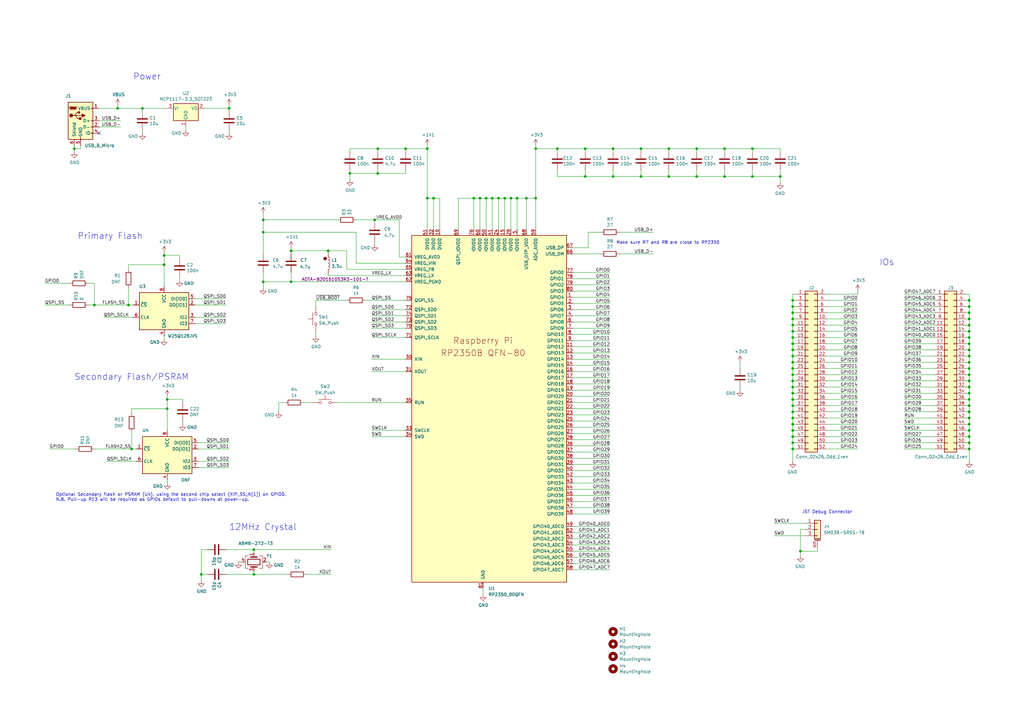
<source format=kicad_sch>
(kicad_sch (version 20250114) (generator "eeschema") (generator_version "9.0")
  (paper "A3")
  (title_block (title "RP2350B QFN80 Minimal Design Example") (date "2024-01-03") (rev "REV2") (company "Raspberry Pi Ltd"))
  (circle (center 133.35 106.045) (radius 0.635) (stroke (width 0) (color 132 0 0 1)) (fill (type color) (color 132 0 0 1)))
  (text "Optional Secondary flash or PSRAM (U4), using the second chip select (XIP_SS_N[1]) on GPIO0.\nN.B. Pull-up R13 will be required as GPIOs default to pull-downs at power-up." (at 22.86 205.74 0) (effects (font (size 1.27 1.27)) (justify left bottom)))
  (text "IOs" (at 360.68 109.22 0) (effects (font (size 2.54 2.54)) (justify left bottom)))
  (text "12MHz Crystal" (at 93.98 217.805 0) (effects (font (size 2.54 2.54)) (justify left bottom)))
  (text "Primary Flash" (at 31.75 98.425 0) (effects (font (size 2.54 2.54)) (justify left bottom)))
  (text "JST Debug Connector" (at 328.93 210.82 0) (effects (font (size 1.27 1.27)) (justify left bottom)))
  (text "Make sure R7 and R8 are close to RP2350\n" (at 252.73 100.33 0) (effects (font (size 1.27 1.27)) (justify left bottom)))
  (text "Secondary Flash/PSRAM" (at 30.48 156.21 0) (effects (font (size 2.54 2.54)) (justify left bottom)))
  (text "Power" (at 54.61 33.02 0) (effects (font (size 2.54 2.54)) (justify left bottom)))
  (junction (at 119.38 115.57))
  (junction (at 297.18 60.96))
  (junction (at 107.95 115.57))
  (junction (at 219.71 81.28))
  (junction (at 325.12 168.91))
  (junction (at 325.12 148.59))
  (junction (at 325.12 156.21))
  (junction (at 194.31 81.28))
  (junction (at 320.04 72.39))
  (junction (at 325.12 146.05))
  (junction (at 175.26 81.28))
  (junction (at 154.94 71.12))
  (junction (at 219.71 60.96))
  (junction (at 325.12 166.37))
  (junction (at 397.51 161.29))
  (junction (at 397.51 168.91))
  (junction (at 325.12 143.51))
  (junction (at 196.85 81.28))
  (junction (at 48.26 44.45))
  (junction (at 30.48 60.96))
  (junction (at 82.55 235.585))
  (junction (at 68.58 163.83))
  (junction (at 251.46 72.39))
  (junction (at 397.51 166.37))
  (junction (at 262.89 72.39))
  (junction (at 325.12 151.13))
  (junction (at 209.55 81.28))
  (junction (at 397.51 173.99))
  (junction (at 154.94 60.96))
  (junction (at 207.01 81.28))
  (junction (at 228.6 60.96))
  (junction (at 397.51 153.67))
  (junction (at 308.61 72.39))
  (junction (at 107.95 90.17))
  (junction (at 397.51 133.35))
  (junction (at 397.51 143.51))
  (junction (at 397.51 125.73))
  (junction (at 397.51 156.21))
  (junction (at 397.51 181.61))
  (junction (at 285.75 72.39))
  (junction (at 325.12 140.97))
  (junction (at 325.12 179.07))
  (junction (at 204.47 81.28))
  (junction (at 240.03 60.96))
  (junction (at 67.31 104.775))
  (junction (at 325.12 128.27))
  (junction (at 199.39 81.28))
  (junction (at 397.51 163.83))
  (junction (at 262.89 60.96))
  (junction (at 153.67 90.17))
  (junction (at 175.26 60.96))
  (junction (at 67.31 108.585))
  (junction (at 212.09 81.28))
  (junction (at 397.51 135.89))
  (junction (at 397.51 138.43))
  (junction (at 297.18 72.39))
  (junction (at 53.975 184.15))
  (junction (at 308.61 60.96))
  (junction (at 325.12 138.43))
  (junction (at 325.12 135.89))
  (junction (at 104.14 225.425))
  (junction (at 58.42 44.45))
  (junction (at 166.37 60.96))
  (junction (at 397.51 171.45))
  (junction (at 397.51 158.75))
  (junction (at 325.12 184.15))
  (junction (at 397.51 184.15))
  (junction (at 397.51 151.13))
  (junction (at 325.12 173.99))
  (junction (at 397.51 130.81))
  (junction (at 240.03 72.39))
  (junction (at 104.14 235.585))
  (junction (at 325.12 163.83))
  (junction (at 325.12 153.67))
  (junction (at 325.12 125.73))
  (junction (at 397.51 128.27))
  (junction (at 397.51 179.07))
  (junction (at 325.12 123.19))
  (junction (at 397.51 146.05))
  (junction (at 274.32 60.96))
  (junction (at 68.58 167.64))
  (junction (at 325.12 181.61))
  (junction (at 134.62 102.87))
  (junction (at 325.12 158.75))
  (junction (at 274.32 72.39))
  (junction (at 397.51 140.97))
  (junction (at 325.12 161.29))
  (junction (at 177.8 81.28))
  (junction (at 285.75 60.96))
  (junction (at 52.705 125.095))
  (junction (at 215.9 81.28))
  (junction (at 397.51 176.53))
  (junction (at 325.12 176.53))
  (junction (at 325.12 171.45))
  (junction (at 397.51 123.19))
  (junction (at 119.38 102.87))
  (junction (at 397.51 148.59))
  (junction (at 38.735 125.095))
  (junction (at 93.98 44.45))
  (junction (at 328.295 226.06))
  (junction (at 325.12 130.81))
  (junction (at 251.46 60.96))
  (junction (at 201.93 81.28))
  (junction (at 143.51 71.12))
  (junction (at 325.12 133.35))
  (junction (at 107.95 95.25))
  (no_connect (at 40.64 54.61))
  (wire (pts (xy 234.95 139.7) (xy 250.19 139.7)))
  (wire (pts (xy 397.51 176.53) (xy 397.51 179.07)))
  (wire (pts (xy 107.95 111.76) (xy 107.95 115.57)))
  (wire (pts (xy 397.51 151.13) (xy 397.51 153.67)))
  (wire (pts (xy 397.51 135.89) (xy 397.51 138.43)))
  (wire (pts (xy 351.79 143.51) (xy 339.09 143.51)))
  (wire (pts (xy 383.54 146.05) (xy 370.84 146.05)))
  (wire (pts (xy 325.12 158.75) (xy 325.12 161.29)))
  (wire (pts (xy 234.95 132.08) (xy 250.19 132.08)))
  (wire (pts (xy 154.94 60.96) (xy 166.37 60.96)))
  (wire (pts (xy 107.95 95.25) (xy 146.05 95.25)))
  (wire (pts (xy 383.54 130.81) (xy 370.84 130.81)))
  (wire (pts (xy 93.98 44.45) (xy 93.98 43.18)))
  (wire (pts (xy 383.54 156.21) (xy 370.84 156.21)))
  (wire (pts (xy 330.2 217.17) (xy 328.295 217.17)))
  (wire (pts (xy 274.32 62.23) (xy 274.32 60.96)))
  (wire (pts (xy 274.32 69.85) (xy 274.32 72.39)))
  (wire (pts (xy 234.95 129.54) (xy 250.19 129.54)))
  (wire (pts (xy 107.95 115.57) (xy 107.95 118.11)))
  (wire (pts (xy 228.6 60.96) (xy 240.03 60.96)))
  (wire (pts (xy 351.79 148.59) (xy 339.09 148.59)))
  (wire (pts (xy 207.01 81.28) (xy 209.55 81.28)))
  (wire (pts (xy 154.94 62.23) (xy 154.94 60.96)))
  (wire (pts (xy 166.37 138.43) (xy 152.4 138.43)))
  (wire (pts (xy 154.94 71.12) (xy 166.37 71.12)))
  (wire (pts (xy 36.195 125.095) (xy 38.735 125.095)))
  (wire (pts (xy 30.48 59.69) (xy 30.48 60.96)))
  (wire (pts (xy 74.93 163.83) (xy 68.58 163.83)))
  (wire (pts (xy 397.51 163.83) (xy 397.51 166.37)))
  (wire (pts (xy 370.84 181.61) (xy 383.54 181.61)))
  (wire (pts (xy 143.51 69.85) (xy 143.51 71.12)))
  (wire (pts (xy 48.26 43.18) (xy 48.26 44.45)))
  (wire (pts (xy 234.95 101.6) (xy 241.3 101.6)))
  (wire (pts (xy 325.12 176.53) (xy 325.12 179.07)))
  (wire (pts (xy 397.51 153.67) (xy 397.51 156.21)))
  (wire (pts (xy 81.28 191.77) (xy 93.98 191.77)))
  (wire (pts (xy 396.24 181.61) (xy 397.51 181.61)))
  (wire (pts (xy 234.95 233.68) (xy 250.19 233.68)))
  (wire (pts (xy 396.24 173.99) (xy 397.51 173.99)))
  (wire (pts (xy 351.79 153.67) (xy 339.09 153.67)))
  (wire (pts (xy 339.09 168.91) (xy 351.79 168.91)))
  (wire (pts (xy 325.12 166.37) (xy 325.12 168.91)))
  (wire (pts (xy 397.51 130.81) (xy 397.51 133.35)))
  (wire (pts (xy 339.09 173.99) (xy 351.79 173.99)))
  (wire (pts (xy 325.12 163.83) (xy 325.12 166.37)))
  (wire (pts (xy 234.95 231.14) (xy 250.19 231.14)))
  (wire (pts (xy 285.75 62.23) (xy 285.75 60.96)))
  (wire (pts (xy 166.37 176.53) (xy 152.4 176.53)))
  (wire (pts (xy 234.95 218.44) (xy 250.19 218.44)))
  (wire (pts (xy 383.54 143.51) (xy 370.84 143.51)))
  (wire (pts (xy 92.71 235.585) (xy 104.14 235.585)))
  (wire (pts (xy 142.24 102.87) (xy 134.62 102.87)))
  (wire (pts (xy 262.89 62.23) (xy 262.89 60.96)))
  (wire (pts (xy 146.05 90.17) (xy 153.67 90.17)))
  (wire (pts (xy 397.51 128.27) (xy 397.51 130.81)))
  (wire (pts (xy 107.95 90.17) (xy 138.43 90.17)))
  (wire (pts (xy 262.89 69.85) (xy 262.89 72.39)))
  (wire (pts (xy 153.67 90.17) (xy 163.83 90.17)))
  (wire (pts (xy 234.95 111.76) (xy 250.19 111.76)))
  (wire (pts (xy 326.39 156.21) (xy 325.12 156.21)))
  (wire (pts (xy 383.54 151.13) (xy 370.84 151.13)))
  (wire (pts (xy 234.95 198.12) (xy 250.19 198.12)))
  (wire (pts (xy 325.12 161.29) (xy 325.12 163.83)))
  (wire (pts (xy 199.39 93.98) (xy 199.39 81.28)))
  (wire (pts (xy 33.02 59.69) (xy 33.02 60.96)))
  (wire (pts (xy 234.95 185.42) (xy 250.19 185.42)))
  (wire (pts (xy 325.12 138.43) (xy 325.12 140.97)))
  (wire (pts (xy 219.71 81.28) (xy 219.71 93.98)))
  (wire (pts (xy 397.51 181.61) (xy 397.51 184.15)))
  (wire (pts (xy 129.54 123.19) (xy 129.54 125.73)))
  (wire (pts (xy 212.09 81.28) (xy 212.09 93.98)))
  (wire (pts (xy 52.705 118.11) (xy 52.705 125.095)))
  (wire (pts (xy 328.295 226.06) (xy 328.295 227.965)))
  (wire (pts (xy 397.51 166.37) (xy 397.51 168.91)))
  (wire (pts (xy 325.12 184.15) (xy 325.12 189.23)))
  (wire (pts (xy 187.96 93.98) (xy 187.96 81.28)))
  (wire (pts (xy 67.31 103.505) (xy 67.31 104.775)))
  (wire (pts (xy 18.415 116.205) (xy 28.575 116.205)))
  (wire (pts (xy 370.84 173.99) (xy 383.54 173.99)))
  (wire (pts (xy 297.18 60.96) (xy 308.61 60.96)))
  (wire (pts (xy 396.24 140.97) (xy 397.51 140.97)))
  (wire (pts (xy 370.84 171.45) (xy 383.54 171.45)))
  (wire (pts (xy 339.09 163.83) (xy 351.79 163.83)))
  (wire (pts (xy 308.61 72.39) (xy 297.18 72.39)))
  (wire (pts (xy 351.79 156.21) (xy 339.09 156.21)))
  (wire (pts (xy 201.93 81.28) (xy 204.47 81.28)))
  (wire (pts (xy 40.64 52.07) (xy 49.53 52.07)))
  (wire (pts (xy 234.95 160.02) (xy 250.19 160.02)))
  (wire (pts (xy 397.51 179.07) (xy 397.51 181.61)))
  (wire (pts (xy 274.32 72.39) (xy 262.89 72.39)))
  (wire (pts (xy 325.12 173.99) (xy 325.12 176.53)))
  (wire (pts (xy 308.61 69.85) (xy 308.61 72.39)))
  (wire (pts (xy 175.26 60.96) (xy 175.26 81.28)))
  (wire (pts (xy 196.85 81.28) (xy 199.39 81.28)))
  (wire (pts (xy 146.05 95.25) (xy 146.05 107.95)))
  (wire (pts (xy 397.51 143.51) (xy 397.51 146.05)))
  (wire (pts (xy 396.24 156.21) (xy 397.51 156.21)))
  (wire (pts (xy 234.95 142.24) (xy 250.19 142.24)))
  (wire (pts (xy 201.93 93.98) (xy 201.93 81.28)))
  (wire (pts (xy 52.705 108.585) (xy 67.31 108.585)))
  (wire (pts (xy 109.22 230.505) (xy 110.49 230.505)))
  (wire (pts (xy 396.24 163.83) (xy 397.51 163.83)))
  (wire (pts (xy 68.58 167.64) (xy 68.58 176.53)))
  (wire (pts (xy 396.24 138.43) (xy 397.51 138.43)))
  (wire (pts (xy 370.84 168.91) (xy 383.54 168.91)))
  (wire (pts (xy 199.39 81.28) (xy 201.93 81.28)))
  (wire (pts (xy 58.42 45.72) (xy 58.42 44.45)))
  (wire (pts (xy 396.24 133.35) (xy 397.51 133.35)))
  (wire (pts (xy 326.39 148.59) (xy 325.12 148.59)))
  (wire (pts (xy 325.12 171.45) (xy 325.12 173.99)))
  (wire (pts (xy 397.51 125.73) (xy 397.51 128.27)))
  (wire (pts (xy 234.95 180.34) (xy 250.19 180.34)))
  (wire (pts (xy 81.28 184.15) (xy 93.98 184.15)))
  (wire (pts (xy 116.84 165.1) (xy 114.3 165.1)))
  (wire (pts (xy 274.32 60.96) (xy 285.75 60.96)))
  (wire (pts (xy 240.03 60.96) (xy 251.46 60.96)))
  (wire (pts (xy 52.705 110.49) (xy 52.705 108.585)))
  (wire (pts (xy 107.95 115.57) (xy 119.38 115.57)))
  (wire (pts (xy 234.95 157.48) (xy 250.19 157.48)))
  (wire (pts (xy 134.62 113.03) (xy 166.37 113.03)))
  (wire (pts (xy 240.03 69.85) (xy 240.03 72.39)))
  (wire (pts (xy 85.09 235.585) (xy 82.55 235.585)))
  (wire (pts (xy 325.12 168.91) (xy 326.39 168.91)))
  (wire (pts (xy 234.95 134.62) (xy 250.19 134.62)))
  (wire (pts (xy 234.95 182.88) (xy 250.19 182.88)))
  (wire (pts (xy 80.01 132.715) (xy 92.71 132.715)))
  (wire (pts (xy 119.38 101.6) (xy 119.38 102.87)))
  (wire (pts (xy 149.86 123.19) (xy 166.37 123.19)))
  (wire (pts (xy 143.51 62.23) (xy 143.51 60.96)))
  (wire (pts (xy 325.12 125.73) (xy 325.12 128.27)))
  (wire (pts (xy 339.09 166.37) (xy 351.79 166.37)))
  (wire (pts (xy 153.67 100.33) (xy 153.67 99.06)))
  (wire (pts (xy 134.62 113.03) (xy 134.62 111.76)))
  (wire (pts (xy 396.24 128.27) (xy 397.51 128.27)))
  (wire (pts (xy 153.67 90.17) (xy 153.67 91.44)))
  (wire (pts (xy 383.54 158.75) (xy 370.84 158.75)))
  (wire (pts (xy 209.55 81.28) (xy 212.09 81.28)))
  (wire (pts (xy 351.79 146.05) (xy 339.09 146.05)))
  (wire (pts (xy 383.54 140.97) (xy 370.84 140.97)))
  (wire (pts (xy 397.51 140.97) (xy 397.51 143.51)))
  (wire (pts (xy 234.95 193.04) (xy 250.19 193.04)))
  (wire (pts (xy 82.55 235.585) (xy 82.55 238.125)))
  (wire (pts (xy 67.31 137.795) (xy 67.31 139.065)))
  (wire (pts (xy 397.51 120.65) (xy 397.51 123.19)))
  (wire (pts (xy 234.95 154.94) (xy 250.19 154.94)))
  (wire (pts (xy 396.24 158.75) (xy 397.51 158.75)))
  (wire (pts (xy 325.12 166.37) (xy 326.39 166.37)))
  (wire (pts (xy 53.975 184.15) (xy 55.88 184.15)))
  (wire (pts (xy 397.51 156.21) (xy 397.51 158.75)))
  (wire (pts (xy 383.54 125.73) (xy 370.84 125.73)))
  (wire (pts (xy 254 104.14) (xy 267.97 104.14)))
  (wire (pts (xy 397.51 148.59) (xy 397.51 151.13)))
  (wire (pts (xy 175.26 81.28) (xy 175.26 93.98)))
  (wire (pts (xy 142.24 110.49) (xy 142.24 102.87)))
  (wire (pts (xy 234.95 203.2) (xy 250.19 203.2)))
  (wire (pts (xy 97.79 230.505) (xy 99.06 230.505)))
  (wire (pts (xy 383.54 148.59) (xy 370.84 148.59)))
  (wire (pts (xy 383.54 123.19) (xy 370.84 123.19)))
  (wire (pts (xy 234.95 215.9) (xy 250.19 215.9)))
  (wire (pts (xy 234.95 116.84) (xy 250.19 116.84)))
  (wire (pts (xy 396.24 120.65) (xy 397.51 120.65)))
  (wire (pts (xy 234.95 175.26) (xy 250.19 175.26)))
  (wire (pts (xy 36.195 116.205) (xy 38.735 116.205)))
  (wire (pts (xy 234.95 124.46) (xy 250.19 124.46)))
  (wire (pts (xy 53.975 169.545) (xy 53.975 167.64)))
  (wire (pts (xy 351.79 135.89) (xy 339.09 135.89)))
  (wire (pts (xy 48.26 44.45) (xy 58.42 44.45)))
  (wire (pts (xy 326.39 138.43) (xy 325.12 138.43)))
  (wire (pts (xy 396.24 161.29) (xy 397.51 161.29)))
  (wire (pts (xy 396.24 176.53) (xy 397.51 176.53)))
  (wire (pts (xy 396.24 151.13) (xy 397.51 151.13)))
  (wire (pts (xy 67.31 108.585) (xy 67.31 117.475)))
  (wire (pts (xy 43.815 189.23) (xy 55.88 189.23)))
  (wire (pts (xy 143.51 71.12) (xy 143.51 73.66)))
  (wire (pts (xy 204.47 81.28) (xy 207.01 81.28)))
  (wire (pts (xy 351.79 158.75) (xy 339.09 158.75)))
  (wire (pts (xy 234.95 127) (xy 250.19 127)))
  (wire (pts (xy 83.82 44.45) (xy 93.98 44.45)))
  (wire (pts (xy 326.39 120.65) (xy 325.12 120.65)))
  (wire (pts (xy 326.39 158.75) (xy 325.12 158.75)))
  (wire (pts (xy 154.94 69.85) (xy 154.94 71.12)))
  (wire (pts (xy 308.61 60.96) (xy 320.04 60.96)))
  (wire (pts (xy 251.46 62.23) (xy 251.46 60.96)))
  (wire (pts (xy 396.24 123.19) (xy 397.51 123.19)))
  (wire (pts (xy 396.24 143.51) (xy 397.51 143.51)))
  (wire (pts (xy 351.79 120.65) (xy 351.79 119.38)))
  (wire (pts (xy 397.51 158.75) (xy 397.51 161.29)))
  (wire (pts (xy 67.31 104.775) (xy 67.31 108.585)))
  (wire (pts (xy 92.71 225.425) (xy 104.14 225.425)))
  (wire (pts (xy 80.01 130.175) (xy 92.71 130.175)))
  (wire (pts (xy 152.4 147.32) (xy 166.37 147.32)))
  (wire (pts (xy 198.12 241.3) (xy 198.12 243.84)))
  (wire (pts (xy 396.24 171.45) (xy 397.51 171.45)))
  (wire (pts (xy 152.4 132.08) (xy 166.37 132.08)))
  (wire (pts (xy 397.51 138.43) (xy 397.51 140.97)))
  (wire (pts (xy 339.09 179.07) (xy 351.79 179.07)))
  (wire (pts (xy 82.55 225.425) (xy 82.55 235.585)))
  (wire (pts (xy 58.42 53.34) (xy 58.42 54.61)))
  (wire (pts (xy 370.84 163.83) (xy 383.54 163.83)))
  (wire (pts (xy 180.34 81.28) (xy 180.34 93.98)))
  (wire (pts (xy 194.31 93.98) (xy 194.31 81.28)))
  (wire (pts (xy 143.51 60.96) (xy 154.94 60.96)))
  (wire (pts (xy 370.84 166.37) (xy 383.54 166.37)))
  (wire (pts (xy 234.95 152.4) (xy 250.19 152.4)))
  (wire (pts (xy 42.545 130.175) (xy 54.61 130.175)))
  (wire (pts (xy 383.54 120.65) (xy 370.84 120.65)))
  (wire (pts (xy 396.24 153.67) (xy 397.51 153.67)))
  (wire (pts (xy 73.66 104.775) (xy 67.31 104.775)))
  (wire (pts (xy 234.95 190.5) (xy 250.19 190.5)))
  (wire (pts (xy 325.12 123.19) (xy 325.12 125.73)))
  (wire (pts (xy 320.04 62.23) (xy 320.04 60.96)))
  (wire (pts (xy 152.4 127) (xy 166.37 127)))
  (wire (pts (xy 325.12 133.35) (xy 325.12 135.89)))
  (wire (pts (xy 339.09 171.45) (xy 351.79 171.45)))
  (wire (pts (xy 241.3 95.25) (xy 241.3 101.6)))
  (wire (pts (xy 396.24 135.89) (xy 397.51 135.89)))
  (wire (pts (xy 38.735 125.095) (xy 52.705 125.095)))
  (wire (pts (xy 68.58 196.85) (xy 68.58 198.12)))
  (wire (pts (xy 297.18 69.85) (xy 297.18 72.39)))
  (wire (pts (xy 219.71 59.69) (xy 219.71 60.96)))
  (wire (pts (xy 297.18 62.23) (xy 297.18 60.96)))
  (wire (pts (xy 325.12 140.97) (xy 325.12 143.51)))
  (wire (pts (xy 152.4 129.54) (xy 166.37 129.54)))
  (wire (pts (xy 326.39 146.05) (xy 325.12 146.05)))
  (wire (pts (xy 339.09 184.15) (xy 351.79 184.15)))
  (wire (pts (xy 68.58 163.83) (xy 68.58 167.64)))
  (wire (pts (xy 152.4 134.62) (xy 166.37 134.62)))
  (wire (pts (xy 104.14 234.315) (xy 104.14 235.585)))
  (wire (pts (xy 308.61 62.23) (xy 308.61 60.96)))
  (wire (pts (xy 335.28 224.79) (xy 335.28 226.06)))
  (wire (pts (xy 326.39 151.13) (xy 325.12 151.13)))
  (wire (pts (xy 251.46 60.96) (xy 262.89 60.96)))
  (wire (pts (xy 124.46 165.1) (xy 128.27 165.1)))
  (wire (pts (xy 320.04 72.39) (xy 308.61 72.39)))
  (wire (pts (xy 73.66 106.045) (xy 73.66 104.775)))
  (wire (pts (xy 234.95 170.18) (xy 250.19 170.18)))
  (wire (pts (xy 325.12 120.65) (xy 325.12 123.19)))
  (wire (pts (xy 303.53 148.59) (xy 303.53 151.13)))
  (wire (pts (xy 396.24 130.81) (xy 397.51 130.81)))
  (wire (pts (xy 397.51 173.99) (xy 397.51 176.53)))
  (wire (pts (xy 166.37 60.96) (xy 175.26 60.96)))
  (wire (pts (xy 383.54 133.35) (xy 370.84 133.35)))
  (wire (pts (xy 285.75 60.96) (xy 297.18 60.96)))
  (wire (pts (xy 119.38 115.57) (xy 166.37 115.57)))
  (wire (pts (xy 297.18 72.39) (xy 285.75 72.39)))
  (wire (pts (xy 234.95 220.98) (xy 250.19 220.98)))
  (wire (pts (xy 219.71 60.96) (xy 228.6 60.96)))
  (wire (pts (xy 119.38 111.76) (xy 119.38 115.57)))
  (wire (pts (xy 397.51 171.45) (xy 397.51 173.99)))
  (wire (pts (xy 370.84 179.07) (xy 383.54 179.07)))
  (wire (pts (xy 339.09 181.61) (xy 351.79 181.61)))
  (wire (pts (xy 33.02 60.96) (xy 30.48 60.96)))
  (wire (pts (xy 163.83 90.17) (xy 163.83 105.41)))
  (wire (pts (xy 285.75 69.85) (xy 285.75 72.39)))
  (wire (pts (xy 53.975 177.165) (xy 53.975 184.15)))
  (wire (pts (xy 397.51 184.15) (xy 397.51 189.23)))
  (wire (pts (xy 166.37 179.07) (xy 152.4 179.07)))
  (wire (pts (xy 328.295 217.17) (xy 328.295 226.06)))
  (wire (pts (xy 397.51 133.35) (xy 397.51 135.89)))
  (wire (pts (xy 241.3 95.25) (xy 246.38 95.25)))
  (wire (pts (xy 326.39 130.81) (xy 325.12 130.81)))
  (wire (pts (xy 234.95 223.52) (xy 250.19 223.52)))
  (wire (pts (xy 234.95 162.56) (xy 250.19 162.56)))
  (wire (pts (xy 325.12 128.27) (xy 325.12 130.81)))
  (wire (pts (xy 142.24 123.19) (xy 129.54 123.19)))
  (wire (pts (xy 20.32 184.15) (xy 31.115 184.15)))
  (wire (pts (xy 177.8 81.28) (xy 180.34 81.28)))
  (wire (pts (xy 104.14 235.585) (xy 118.11 235.585)))
  (wire (pts (xy 351.79 161.29) (xy 339.09 161.29)))
  (wire (pts (xy 317.5 214.63) (xy 330.2 214.63)))
  (wire (pts (xy 68.58 162.56) (xy 68.58 163.83)))
  (wire (pts (xy 163.83 105.41) (xy 166.37 105.41)))
  (wire (pts (xy 196.85 93.98) (xy 196.85 81.28)))
  (wire (pts (xy 397.51 161.29) (xy 397.51 163.83)))
  (wire (pts (xy 129.54 135.89) (xy 129.54 137.795)))
  (wire (pts (xy 370.84 184.15) (xy 383.54 184.15)))
  (wire (pts (xy 251.46 69.85) (xy 251.46 72.39)))
  (wire (pts (xy 85.09 225.425) (xy 82.55 225.425)))
  (wire (pts (xy 234.95 210.82) (xy 250.19 210.82)))
  (wire (pts (xy 339.09 176.53) (xy 351.79 176.53)))
  (wire (pts (xy 328.295 226.06) (xy 335.28 226.06)))
  (wire (pts (xy 326.39 123.19) (xy 325.12 123.19)))
  (wire (pts (xy 326.39 140.97) (xy 325.12 140.97)))
  (wire (pts (xy 38.735 116.205) (xy 38.735 125.095)))
  (wire (pts (xy 325.12 146.05) (xy 325.12 148.59)))
  (wire (pts (xy 396.24 168.91) (xy 397.51 168.91)))
  (wire (pts (xy 254 95.25) (xy 267.97 95.25)))
  (wire (pts (xy 351.79 140.97) (xy 339.09 140.97)))
  (wire (pts (xy 351.79 133.35) (xy 339.09 133.35)))
  (wire (pts (xy 234.95 172.72) (xy 250.19 172.72)))
  (wire (pts (xy 209.55 93.98) (xy 209.55 81.28)))
  (wire (pts (xy 351.79 123.19) (xy 339.09 123.19)))
  (wire (pts (xy 326.39 161.29) (xy 325.12 161.29)))
  (wire (pts (xy 325.12 181.61) (xy 326.39 181.61)))
  (wire (pts (xy 175.26 59.69) (xy 175.26 60.96)))
  (wire (pts (xy 107.95 90.17) (xy 107.95 95.25)))
  (wire (pts (xy 234.95 167.64) (xy 250.19 167.64)))
  (wire (pts (xy 370.84 176.53) (xy 383.54 176.53)))
  (wire (pts (xy 119.38 102.87) (xy 134.62 102.87)))
  (wire (pts (xy 215.9 93.98) (xy 215.9 81.28)))
  (wire (pts (xy 325.12 181.61) (xy 325.12 184.15)))
  (wire (pts (xy 320.04 72.39) (xy 320.04 74.93)))
  (wire (pts (xy 383.54 138.43) (xy 370.84 138.43)))
  (wire (pts (xy 215.9 81.28) (xy 219.71 81.28)))
  (wire (pts (xy 212.09 81.28) (xy 215.9 81.28)))
  (wire (pts (xy 383.54 153.67) (xy 370.84 153.67)))
  (wire (pts (xy 397.51 168.91) (xy 397.51 171.45)))
  (wire (pts (xy 234.95 195.58) (xy 250.19 195.58)))
  (wire (pts (xy 251.46 72.39) (xy 240.03 72.39)))
  (wire (pts (xy 262.89 72.39) (xy 251.46 72.39)))
  (wire (pts (xy 396.24 148.59) (xy 397.51 148.59)))
  (wire (pts (xy 326.39 128.27) (xy 325.12 128.27)))
  (wire (pts (xy 104.14 225.425) (xy 135.89 225.425)))
  (wire (pts (xy 351.79 128.27) (xy 339.09 128.27)))
  (wire (pts (xy 234.95 137.16) (xy 250.19 137.16)))
  (wire (pts (xy 326.39 133.35) (xy 325.12 133.35)))
  (wire (pts (xy 107.95 87.63) (xy 107.95 90.17)))
  (wire (pts (xy 134.62 102.87) (xy 134.62 104.14)))
  (wire (pts (xy 194.31 81.28) (xy 196.85 81.28)))
  (wire (pts (xy 234.95 205.74) (xy 250.19 205.74)))
  (wire (pts (xy 325.12 151.13) (xy 325.12 153.67)))
  (wire (pts (xy 204.47 93.98) (xy 204.47 81.28)))
  (wire (pts (xy 325.12 176.53) (xy 326.39 176.53)))
  (wire (pts (xy 351.79 151.13) (xy 339.09 151.13)))
  (wire (pts (xy 325.12 179.07) (xy 325.12 181.61)))
  (wire (pts (xy 396.24 166.37) (xy 397.51 166.37)))
  (wire (pts (xy 396.24 179.07) (xy 397.51 179.07)))
  (wire (pts (xy 396.24 125.73) (xy 397.51 125.73)))
  (wire (pts (xy 234.95 208.28) (xy 250.19 208.28)))
  (wire (pts (xy 228.6 62.23) (xy 228.6 60.96)))
  (wire (pts (xy 76.2 52.07) (xy 76.2 53.34)))
  (wire (pts (xy 234.95 187.96) (xy 250.19 187.96)))
  (wire (pts (xy 234.95 177.8) (xy 250.19 177.8)))
  (wire (pts (xy 325.12 143.51) (xy 325.12 146.05)))
  (wire (pts (xy 351.79 125.73) (xy 339.09 125.73)))
  (wire (pts (xy 325.12 173.99) (xy 326.39 173.99)))
  (wire (pts (xy 40.64 49.53) (xy 49.53 49.53)))
  (wire (pts (xy 166.37 62.23) (xy 166.37 60.96)))
  (wire (pts (xy 326.39 135.89) (xy 325.12 135.89)))
  (wire (pts (xy 234.95 119.38) (xy 250.19 119.38)))
  (wire (pts (xy 234.95 149.86) (xy 250.19 149.86)))
  (wire (pts (xy 234.95 165.1) (xy 250.19 165.1)))
  (wire (pts (xy 325.12 168.91) (xy 325.12 171.45)))
  (wire (pts (xy 93.98 45.72) (xy 93.98 44.45)))
  (wire (pts (xy 285.75 72.39) (xy 274.32 72.39)))
  (wire (pts (xy 234.95 121.92) (xy 250.19 121.92)))
  (wire (pts (xy 143.51 71.12) (xy 154.94 71.12)))
  (wire (pts (xy 351.79 120.65) (xy 339.09 120.65)))
  (wire (pts (xy 325.12 179.07) (xy 326.39 179.07)))
  (wire (pts (xy 187.96 81.28) (xy 194.31 81.28)))
  (wire (pts (xy 383.54 128.27) (xy 370.84 128.27)))
  (wire (pts (xy 52.705 125.095) (xy 54.61 125.095)))
  (wire (pts (xy 234.95 200.66) (xy 250.19 200.66)))
  (wire (pts (xy 397.51 123.19) (xy 397.51 125.73)))
  (wire (pts (xy 146.05 107.95) (xy 166.37 107.95)))
  (wire (pts (xy 40.64 44.45) (xy 48.26 44.45)))
  (wire (pts (xy 177.8 81.28) (xy 175.26 81.28)))
  (wire (pts (xy 68.58 44.45) (xy 58.42 44.45)))
  (wire (pts (xy 207.01 81.28) (xy 207.01 93.98)))
  (wire (pts (xy 166.37 110.49) (xy 142.24 110.49)))
  (wire (pts (xy 74.93 165.1) (xy 74.93 163.83)))
  (wire (pts (xy 317.5 219.71) (xy 330.2 219.71)))
  (wire (pts (xy 30.48 60.96) (xy 30.48 62.23)))
  (wire (pts (xy 326.39 153.67) (xy 325.12 153.67)))
  (wire (pts (xy 93.98 53.34) (xy 93.98 54.61)))
  (wire (pts (xy 240.03 62.23) (xy 240.03 60.96)))
  (wire (pts (xy 74.93 172.72) (xy 74.93 173.99)))
  (wire (pts (xy 325.12 148.59) (xy 325.12 151.13)))
  (wire (pts (xy 81.28 189.23) (xy 93.98 189.23)))
  (wire (pts (xy 234.95 104.14) (xy 246.38 104.14)))
  (wire (pts (xy 240.03 72.39) (xy 228.6 72.39)))
  (wire (pts (xy 114.3 165.1) (xy 114.3 168.91)))
  (wire (pts (xy 228.6 69.85) (xy 228.6 72.39)))
  (wire (pts (xy 104.14 226.695) (xy 104.14 225.425)))
  (wire (pts (xy 325.12 130.81) (xy 325.12 133.35)))
  (wire (pts (xy 351.79 138.43) (xy 339.09 138.43)))
  (wire (pts (xy 219.71 60.96) (xy 219.71 81.28)))
  (wire (pts (xy 326.39 125.73) (xy 325.12 125.73)))
  (wire (pts (xy 119.38 104.14) (xy 119.38 102.87)))
  (wire (pts (xy 234.95 144.78) (xy 250.19 144.78)))
  (wire (pts (xy 234.95 114.3) (xy 250.19 114.3)))
  (wire (pts (xy 234.95 226.06) (xy 250.19 226.06)))
  (wire (pts (xy 53.975 167.64) (xy 68.58 167.64)))
  (wire (pts (xy 397.51 146.05) (xy 397.51 148.59)))
  (wire (pts (xy 303.53 158.75) (xy 303.53 160.02)))
  (wire (pts (xy 125.73 235.585) (xy 135.89 235.585)))
  (wire (pts (xy 234.95 228.6) (xy 250.19 228.6)))
  (wire (pts (xy 80.01 122.555) (xy 92.71 122.555)))
  (wire (pts (xy 81.28 181.61) (xy 93.98 181.61)))
  (wire (pts (xy 351.79 130.81) (xy 339.09 130.81)))
  (wire (pts (xy 325.12 153.67) (xy 325.12 156.21)))
  (wire (pts (xy 262.89 60.96) (xy 274.32 60.96)))
  (wire (pts (xy 166.37 152.4) (xy 152.4 152.4)))
  (wire (pts (xy 326.39 163.83) (xy 325.12 163.83)))
  (wire (pts (xy 18.415 125.095) (xy 28.575 125.095)))
  (wire (pts (xy 326.39 143.51) (xy 325.12 143.51)))
  (wire (pts (xy 325.12 156.21) (xy 325.12 158.75)))
  (wire (pts (xy 383.54 135.89) (xy 370.84 135.89)))
  (wire (pts (xy 396.24 146.05) (xy 397.51 146.05)))
  (wire (pts (xy 383.54 161.29) (xy 370.84 161.29)))
  (wire (pts (xy 396.24 184.15) (xy 397.51 184.15)))
  (wire (pts (xy 80.01 125.095) (xy 92.71 125.095)))
  (wire (pts (xy 166.37 71.12) (xy 166.37 69.85)))
  (wire (pts (xy 107.95 95.25) (xy 107.95 104.14)))
  (wire (pts (xy 177.8 93.98) (xy 177.8 81.28)))
  (wire (pts (xy 138.43 165.1) (xy 166.37 165.1)))
  (wire (pts (xy 320.04 69.85) (xy 320.04 72.39)))
  (wire (pts (xy 38.735 184.15) (xy 53.975 184.15)))
  (wire (pts (xy 325.12 171.45) (xy 326.39 171.45)))
  (wire (pts (xy 325.12 184.15) (xy 326.39 184.15)))
  (wire (pts (xy 73.66 113.665) (xy 73.66 114.935)))
  (wire (pts (xy 325.12 135.89) (xy 325.12 138.43)))
  (wire (pts (xy 234.95 147.32) (xy 250.19 147.32)))
  (label "XIN" (at 152.4 147.32 0))
  (label "GPIO44_ADC4" (at 370.84 128.27 0))
  (label "USB_D+" (at 267.97 95.25 180))
  (label "GPIO33" (at 250.19 195.58 180))
  (label "GPIO40_ADC0" (at 250.19 215.9 180))
  (label "GPIO32" (at 250.19 193.04 180))
  (label "GPIO45_ADC5" (at 250.19 228.6 180))
  (label "GPIO43_ADC3" (at 370.84 130.81 0))
  (label "GPIO33" (at 370.84 156.21 0))
  (label "GPIO41_ADC1" (at 250.19 218.44 180))
  (label "GPIO28" (at 370.84 168.91 0))
  (label "GPIO11" (at 351.79 151.13 180))
  (label "XOUT" (at 152.4 152.4 0))
  (label "GPIO3" (at 351.79 130.81 180))
  (label "GPIO18" (at 250.19 157.48 180))
  (label "GPIO15" (at 351.79 161.29 180))
  (label "GPIO39" (at 370.84 140.97 0))
  (label "FLASH2_SS" (at 43.18 184.15 0))
  (label "~{USB_BOOT}" (at 129.54 123.19 0))
  (label "GPIO38" (at 370.84 143.51 0))
  (label "GPIO8" (at 351.79 143.51 180))
  (label "GPIO31" (at 370.84 161.29 0))
  (label "GPIO35" (at 370.84 151.13 0))
  (label "GPIO1" (at 351.79 125.73 180))
  (label "GPIO46_ADC6" (at 370.84 123.19 0))
  (label "GPIO12" (at 250.19 142.24 180))
  (label "GPIO36" (at 370.84 148.59 0))
  (label "SWD" (at 370.84 173.99 0))
  (label "GPIO8" (at 250.19 132.08 180))
  (label "QSPI_SD2" (at 92.71 130.175 180))
  (label "GPIO45_ADC5" (at 370.84 125.73 0))
  (label "GPIO3" (at 250.19 119.38 180))
  (label "GPIO0" (at 18.415 116.205 0))
  (label "GPIO25" (at 250.19 175.26 180))
  (label "GPIO21" (at 351.79 176.53 180))
  (label "GPIO13" (at 250.19 144.78 180))
  (label "GPIO36" (at 250.19 203.2 180))
  (label "GPIO2" (at 250.19 116.84 180))
  (label "XIN" (at 135.89 225.425 180))
  (label "GPIO38" (at 250.19 208.28 180))
  (label "GPIO19" (at 351.79 171.45 180))
  (label "RUN" (at 152.4 165.1 0))
  (label "GPIO16" (at 250.19 152.4 180))
  (label "SWD" (at 317.5 219.71 0))
  (label "QSPI_SD0" (at 152.4 127 0))
  (label "GPIO5" (at 250.19 124.46 180))
  (label "QSPI_SD0" (at 92.71 122.555 180))
  (label "GPIO43_ADC3" (at 250.19 223.52 180))
  (label "GPIO34" (at 370.84 153.67 0))
  (label "QSPI_SS" (at 152.4 123.19 0))
  (label "SWCLK" (at 152.4 176.53 0))
  (label "GPIO1" (at 250.19 114.3 180))
  (label "GPIO21" (at 250.19 165.1 180))
  (label "SWCLK" (at 370.84 176.53 0))
  (label "QSPI_SD2" (at 93.98 189.23 180))
  (label "GPIO25" (at 370.84 184.15 0))
  (label "GPIO35" (at 250.19 200.66 180))
  (label "GPIO37" (at 250.19 205.74 180))
  (label "GPIO20" (at 250.19 162.56 180))
  (label "GPIO40_ADC0" (at 370.84 138.43 0))
  (label "GPIO32" (at 370.84 158.75 0))
  (label "GPIO12" (at 351.79 153.67 180))
  (label "GPIO10" (at 351.79 148.59 180))
  (label "GPIO37" (at 370.84 146.05 0))
  (label "GPIO7" (at 250.19 129.54 180))
  (label "QSPI_SD3" (at 92.71 132.715 180))
  (label "XOUT" (at 135.89 235.585 180))
  (label "GPIO17" (at 250.19 154.94 180))
  (label "GPIO7" (at 351.79 140.97 180))
  (label "GPIO47_ADC7" (at 250.19 233.68 180))
  (label "GPIO17" (at 351.79 166.37 180))
  (label "RUN" (at 370.84 171.45 0))
  (label "GPIO20" (at 351.79 173.99 180))
  (label "GPIO39" (at 250.19 210.82 180))
  (label "QSPI_SS" (at 18.415 125.095 0))
  (label "GPIO29" (at 250.19 185.42 180))
  (label "QSPI_SD0" (at 93.98 181.61 180))
  (label "QSPI_SD2" (at 152.4 132.08 0))
  (label "FLASH_SS" (at 41.91 125.095 0))
  (label "USB_D+" (at 49.53 49.53 180))
  (label "VREG_LX" (at 152.4 113.03 0))
  (label "GPIO6" (at 250.19 127 180))
  (label "GPIO42_ADC2" (at 250.19 220.98 180))
  (label "GPIO24" (at 351.79 184.15 180))
  (label "GPIO31" (at 250.19 190.5 180))
  (label "USB_D-" (at 267.97 104.14 180))
  (label "GPIO10" (at 250.19 137.16 180))
  (label "QSPI_SCLK" (at 43.815 189.23 0))
  (label "GPIO6" (at 351.79 138.43 180))
  (label "GPIO28" (at 250.19 182.88 180))
  (label "GPIO0" (at 250.19 111.76 180))
  (label "QSPI_SD1" (at 93.98 184.15 180))
  (label "GPIO14" (at 250.19 147.32 180))
  (label "VREG_AVDD" (at 154.305 90.17 0))
  (label "GPIO23" (at 250.19 170.18 180))
  (label "USB_D-" (at 49.53 52.07 180))
  (label "GPIO15" (at 250.19 149.86 180))
  (label "GPIO9" (at 250.19 134.62 180))
  (label "GPIO18" (at 351.79 168.91 180))
  (label "GPIO0" (at 351.79 123.19 180))
  (label "GPIO27" (at 250.19 180.34 180))
  (label "GPIO23" (at 351.79 181.61 180))
  (label "QSPI_SD1" (at 152.4 129.54 0))
  (label "GPIO42_ADC2" (at 370.84 133.35 0))
  (label "GPIO29" (at 370.84 166.37 0))
  (label "GPIO44_ADC4" (at 250.19 226.06 180))
  (label "SWCLK" (at 317.5 214.63 0))
  (label "GPIO4" (at 351.79 133.35 180))
  (label "GPIO30" (at 250.19 187.96 180))
  (label "QSPI_SD3" (at 93.98 191.77 180))
  (label "QSPI_SCLK" (at 152.4 138.43 0))
  (label "QSPI_SCLK" (at 42.545 130.175 0))
  (label "GPIO13" (at 351.79 156.21 180))
  (label "GPIO34" (at 250.19 198.12 180))
  (label "GPIO27" (at 370.84 179.07 0))
  (label "GPIO2" (at 351.79 128.27 180))
  (label "GPIO22" (at 250.19 167.64 180))
  (label "GPIO26" (at 370.84 181.61 0))
  (label "GPIO14" (at 351.79 158.75 180))
  (label "GPIO46_ADC6" (at 250.19 231.14 180))
  (label "GPIO0" (at 20.32 184.15 0))
  (label "GPIO47_ADC7" (at 370.84 120.65 0))
  (label "GPIO11" (at 250.19 139.7 180))
  (label "GPIO16" (at 351.79 163.83 180))
  (label "QSPI_SD1" (at 92.71 125.095 180))
  (label "SWD" (at 152.4 179.07 0))
  (label "GPIO9" (at 351.79 146.05 180))
  (label "GPIO41_ADC1" (at 370.84 135.89 0))
  (label "GPIO24" (at 250.19 172.72 180))
  (label "GPIO4" (at 250.19 121.92 180))
  (label "GPIO5" (at 351.79 135.89 180))
  (label "QSPI_SD3" (at 152.4 134.62 0))
  (label "GPIO19" (at 250.19 160.02 180))
  (label "GPIO26" (at 250.19 177.8 180))
  (label "GPIO22" (at 351.79 179.07 180))
  (label "GPIO30" (at 370.84 163.83 0))
  (symbol (lib_id "Device:C") (at 88.9 225.425 270) (unit 1)
    (property "Reference" "C3" (at 90.0684 228.346 0) (effects (justify left)))
    (property "Value" "15p" (at 87.757 228.346 0) (effects (justify left)))
    (property "Footprint" "Capacitor_SMD:C_0402_1005Metric" (effects (hide yes)))
  )
  (symbol (lib_id "Device:C") (at 88.9 235.585 270) (unit 1)
    (property "Reference" "C4" (at 90.0684 238.506 0) (effects (justify left)))
    (property "Value" "15p" (at 87.757 238.506 0) (effects (justify left)))
    (property "Footprint" "Capacitor_SMD:C_0402_1005Metric" (effects (hide yes)))
  )
  (symbol (lib_id "power:GND") (at 82.55 238.125 0) (unit 1)
    (property "Reference" "#PWR08" (effects (hide yes)))
    (property "Value" "GND" (at 82.677 242.5192 0))
  )
  (symbol (lib_id "Memory_Flash:W25Q128JVS") (at 67.31 127.635 0) (unit 1)
    (property "Reference" "U3" (at 58.42 117.475 0))
    (property "Value" "W25Q128JVS" (at 74.93 137.795 0))
    (property "Footprint" "Package_SO:SOIC-8_5.23x5.23mm_P1.27mm" (effects (hide yes)))
    (property "Datasheet" "http://www.winbond.com/resource-files/w25q128jv_dtr%20revc%2003272018%20plus.pdf" (effects (hide yes)))
  )
  (symbol (lib_id "power:+3V3") (at 67.31 103.505 0) (unit 1)
    (property "Reference" "#PWR04" (effects (hide yes)))
    (property "Value" "+3V3" (at 67.691 99.1108 0))
  )
  (symbol (lib_id "power:GND") (at 67.31 139.065 0) (unit 1)
    (property "Reference" "#PWR05" (effects (hide yes)))
    (property "Value" "GND" (at 63.5 140.335 0))
  )
  (symbol (lib_id "Device:R") (at 52.705 114.3 0) (mirror y) (unit 1)
    (property "Reference" "R1" (at 49.53 113.03 0) (effects (justify left)))
    (property "Value" "DNF" (at 49.53 115.57 0) (effects (justify left)))
    (property "Footprint" "Resistor_SMD:R_0402_1005Metric" (effects (hide yes)))
  )
  (symbol (lib_id "Device:C") (at 73.66 109.855 0) (unit 1)
    (property "Reference" "C2" (at 76.581 108.6866 0) (effects (justify left)))
    (property "Value" "100n" (at 76.581 110.998 0) (effects (justify left)))
    (property "Footprint" "Capacitor_SMD:C_0402_1005Metric" (effects (hide yes)))
  )
  (symbol (lib_id "power:GND") (at 73.66 114.935 0) (unit 1)
    (property "Reference" "#PWR06" (effects (hide yes)))
    (property "Value" "GND" (at 77.47 116.205 0))
  )
  (symbol (lib_id "Connector:USB_B_Micro") (at 33.02 49.53 0) (unit 1)
    (property "Reference" "J1" (at 29.21 39.37 0) (effects (justify right)))
    (property "Value" "USB_B_Micro" (at 46.99 59.69 0) (effects (justify right)))
    (property "Footprint" "Connector_USB:USB_Micro-B_Amphenol_10103594-0001LF_Horizontal" (effects (hide yes)))
  )
  (symbol (lib_id "power:GND") (at 198.12 243.84 0) (unit 1)
    (property "Reference" "#PWR021" (effects (hide yes)))
    (property "Value" "GND" (at 198.247 248.2342 0))
  )
  (symbol (lib_id "Device:R") (at 250.19 95.25 270) (unit 1)
    (property "Reference" "R7" (at 250.19 89.9922 90))
    (property "Value" "27" (at 250.19 92.3036 90))
    (property "Footprint" "Resistor_SMD:R_0402_1005Metric" (effects (hide yes)))
  )
  (symbol (lib_id "Device:R") (at 250.19 104.14 270) (unit 1)
    (property "Reference" "R8" (at 250.19 98.8822 90))
    (property "Value" "27" (at 250.19 101.1936 90))
    (property "Footprint" "Resistor_SMD:R_0402_1005Metric" (effects (hide yes)))
  )
  (symbol (lib_id "power:GND") (at 30.48 62.23 0) (unit 1)
    (property "Reference" "#PWR01" (effects (hide yes)))
    (property "Value" "GND" (at 30.607 66.6242 0))
  )
  (symbol (lib_id "power:+3V3") (at 219.71 59.69 0) (unit 1)
    (property "Reference" "#PWR022" (effects (hide yes)))
    (property "Value" "+3V3" (at 220.091 55.2958 0))
  )
  (symbol (lib_id "Device:C") (at 251.46 66.04 0) (unit 1)
    (property "Reference" "C14" (at 254.381 64.8716 0) (effects (justify left)))
    (property "Value" "100n" (at 254.381 67.183 0) (effects (justify left)))
    (property "Footprint" "Capacitor_SMD:C_0402_1005Metric" (effects (hide yes)))
  )
  (symbol (lib_id "Device:C") (at 262.89 66.04 0) (unit 1)
    (property "Reference" "C15" (at 265.811 64.8716 0) (effects (justify left)))
    (property "Value" "100n" (at 265.811 67.183 0) (effects (justify left)))
    (property "Footprint" "Capacitor_SMD:C_0402_1005Metric" (effects (hide yes)))
  )
  (symbol (lib_id "Device:C") (at 274.32 66.04 0) (unit 1)
    (property "Reference" "C16" (at 277.241 64.8716 0) (effects (justify left)))
    (property "Value" "100n" (at 277.241 67.183 0) (effects (justify left)))
    (property "Footprint" "Capacitor_SMD:C_0402_1005Metric" (effects (hide yes)))
  )
  (symbol (lib_id "Device:C") (at 285.75 66.04 0) (unit 1)
    (property "Reference" "C17" (at 288.671 64.8716 0) (effects (justify left)))
    (property "Value" "100n" (at 288.671 67.183 0) (effects (justify left)))
    (property "Footprint" "Capacitor_SMD:C_0402_1005Metric" (effects (hide yes)))
  )
  (symbol (lib_id "Device:C") (at 297.18 66.04 0) (unit 1)
    (property "Reference" "C18" (at 300.101 64.8716 0) (effects (justify left)))
    (property "Value" "100n" (at 300.101 67.183 0) (effects (justify left)))
    (property "Footprint" "Capacitor_SMD:C_0402_1005Metric" (effects (hide yes)))
  )
  (symbol (lib_id "Device:C") (at 308.61 66.04 0) (unit 1)
    (property "Reference" "C20" (at 311.531 64.8716 0) (effects (justify left)))
    (property "Value" "100n" (at 311.531 67.183 0) (effects (justify left)))
    (property "Footprint" "Capacitor_SMD:C_0402_1005Metric" (effects (hide yes)))
  )
  (symbol (lib_id "Mechanical:MountingHole") (at 251.46 259.08 0) (unit 1)
    (property "Reference" "H1" (at 254 257.9116 0) (effects (justify left)))
    (property "Value" "MountingHole" (at 254 260.223 0) (effects (justify left)))
    (property "Footprint" "MountingHole:MountingHole_2.7mm_M2.5" (effects (hide yes)))
  )
  (symbol (lib_id "Mechanical:MountingHole") (at 251.46 264.16 0) (unit 1)
    (property "Reference" "H2" (at 254 262.9916 0) (effects (justify left)))
    (property "Value" "MountingHole" (at 254 265.303 0) (effects (justify left)))
    (property "Footprint" "MountingHole:MountingHole_2.7mm_M2.5" (effects (hide yes)))
  )
  (symbol (lib_id "Mechanical:MountingHole") (at 251.46 269.24 0) (unit 1)
    (property "Reference" "H3" (at 254 268.0716 0) (effects (justify left)))
    (property "Value" "MountingHole" (at 254 270.383 0) (effects (justify left)))
    (property "Footprint" "MountingHole:MountingHole_2.7mm_M2.5" (effects (hide yes)))
  )
  (symbol (lib_id "Mechanical:MountingHole") (at 251.46 274.32 0) (unit 1)
    (property "Reference" "H4" (at 254 273.1516 0) (effects (justify left)))
    (property "Value" "MountingHole" (at 254 275.463 0) (effects (justify left)))
    (property "Footprint" "MountingHole:MountingHole_2.7mm_M2.5" (effects (hide yes)))
  )
  (symbol (lib_id "Regulator_Linear:NCP1117-3.3_SOT223") (at 76.2 44.45 0) (unit 1)
    (property "Reference" "U2" (at 76.2 38.3032 0))
    (property "Value" "NCP1117-3.3_SOT223" (at 76.2 40.6146 0))
    (property "Footprint" "Package_TO_SOT_SMD:SOT-223-3_TabPin2" (effects (hide yes)))
    (property "Datasheet" "http://www.onsemi.com/pub_link/Collateral/NCP1117-D.PDF" (effects (hide yes)))
  )
  (symbol (lib_id "power:VBUS") (at 48.26 43.18 0) (unit 1)
    (property "Reference" "#PWR02" (effects (hide yes)))
    (property "Value" "VBUS" (at 48.641 38.7858 0))
  )
  (symbol (lib_id "power:GND") (at 76.2 53.34 0) (unit 1)
    (property "Reference" "#PWR07" (effects (hide yes)))
    (property "Value" "GND" (at 72.39 54.61 0))
  )
  (symbol (lib_id "power:+3V3") (at 93.98 43.18 0) (unit 1)
    (property "Reference" "#PWR010" (effects (hide yes)))
    (property "Value" "+3V3" (at 94.361 38.7858 0))
  )
  (symbol (lib_id "Device:C") (at 58.42 49.53 0) (unit 1)
    (property "Reference" "C1" (at 61.341 48.3616 0) (effects (justify left)))
    (property "Value" "10u" (at 61.341 50.673 0) (effects (justify left)))
    (property "Footprint" "Capacitor_SMD:C_0805_2012Metric" (effects (hide yes)))
  )
  (symbol (lib_id "Device:C") (at 93.98 49.53 0) (unit 1)
    (property "Reference" "C5" (at 96.901 48.3616 0) (effects (justify left)))
    (property "Value" "10u" (at 96.901 50.673 0) (effects (justify left)))
    (property "Footprint" "Capacitor_SMD:C_0805_2012Metric" (effects (hide yes)))
  )
  (symbol (lib_id "power:GND") (at 58.42 54.61 0) (unit 1)
    (property "Reference" "#PWR03" (effects (hide yes)))
    (property "Value" "GND" (at 54.61 55.88 0))
  )
  (symbol (lib_id "power:GND") (at 93.98 54.61 0) (unit 1)
    (property "Reference" "#PWR011" (effects (hide yes)))
    (property "Value" "GND" (at 90.17 55.88 0))
  )
  (symbol (lib_id "Device:R") (at 121.92 235.585 270) (unit 1)
    (property "Reference" "R2" (at 121.92 230.3272 90))
    (property "Value" "1k" (at 121.92 232.6386 90))
    (property "Footprint" "Resistor_SMD:R_0402_1005Metric" (effects (hide yes)))
  )
  (symbol (lib_id "Device:Crystal_GND24") (at 104.14 230.505 270) (unit 1)
    (property "Reference" "Y1" (at 109.22 227.965 90) (effects (justify left)))
    (property "Value" "ABM8-272-T3" (at 97.79 222.885 90) (effects (justify left)))
    (property "Footprint" "Crystal:Crystal_SMD_3225-4Pin_3.2x2.5mm" (effects (hide yes)))
  )
  (symbol (lib_id "power:+3V3") (at 303.53 148.59 0) (unit 1)
    (property "Reference" "#PWR023" (effects (hide yes)))
    (property "Value" "+3V3" (at 303.911 144.1958 0))
  )
  (symbol (lib_id "Device:C") (at 303.53 154.94 0) (unit 1)
    (property "Reference" "C19" (at 306.451 153.7716 0) (effects (justify left)))
    (property "Value" "10u" (at 306.451 156.083 0) (effects (justify left)))
    (property "Footprint" "Capacitor_SMD:C_0805_2012Metric" (effects (hide yes)))
  )
  (symbol (lib_id "power:GND") (at 303.53 160.02 0) (unit 1)
    (property "Reference" "#PWR024" (effects (hide yes)))
    (property "Value" "GND" (at 299.72 161.29 0))
  )
  (symbol (lib_id "power:GND") (at 325.12 189.23 0) (mirror y) (unit 1)
    (property "Reference" "#PWR026" (effects (hide yes)))
    (property "Value" "GND" (at 324.993 193.6242 0))
  )
  (symbol (lib_id "power:GND") (at 397.51 189.23 0) (unit 1)
    (property "Reference" "#PWR028" (effects (hide yes)))
    (property "Value" "GND" (at 397.637 193.6242 0))
  )
  (symbol (lib_id "power:+3V3") (at 351.79 119.38 0) (unit 1)
    (property "Reference" "#PWR027" (effects (hide yes)))
    (property "Value" "+3V3" (at 352.171 114.9858 0))
  )
  (symbol (lib_id "Connector_Generic:Conn_02x26_Odd_Even") (at 388.62 151.13 0) (unit 1)
    (property "Reference" "J3" (at 389.89 118.11 0))
    (property "Value" "Conn_02x26_Odd_Even" (at 386.08 187.325 0))
    (property "Footprint" "Connector_PinHeader_2.54mm:PinHeader_2x26_P2.54mm_Vertical" (effects (hide yes)))
  )
  (symbol (lib_id "Connector_Generic:Conn_02x26_Odd_Even") (at 331.47 151.13 0) (unit 1)
    (property "Reference" "J2" (at 332.74 118.11 0))
    (property "Value" "Conn_02x26_Odd_Even" (at 337.185 187.325 0))
    (property "Footprint" "Connector_PinHeader_2.54mm:PinHeader_2x26_P2.54mm_Vertical" (effects (hide yes)))
  )
  (symbol (lib_id "power:+3V3") (at 68.58 162.56 0) (unit 1)
    (property "Reference" "#PWR029" (effects (hide yes)))
    (property "Value" "+3V3" (at 68.961 158.1658 0))
  )
  (symbol (lib_id "Device:C") (at 74.93 168.91 0) (unit 1)
    (property "Reference" "C22" (at 77.851 167.7416 0) (effects (justify left)))
    (property "Value" "DNF" (at 77.851 170.053 0) (effects (justify left)))
    (property "Footprint" "Capacitor_SMD:C_0402_1005Metric" (effects (hide yes)))
  )
  (symbol (lib_id "power:GND") (at 129.54 137.795 0) (unit 1)
    (property "Reference" "#PWR017" (effects (hide yes)))
    (property "Value" "GND" (at 129.667 142.1892 0))
  )
  (symbol (lib_id "Device:C") (at 166.37 66.04 0) (unit 1)
    (property "Reference" "C11" (at 169.291 64.8716 0) (effects (justify left)))
    (property "Value" "100n" (at 169.291 67.183 0) (effects (justify left)))
    (property "Footprint" "Capacitor_SMD:C_0402_1005Metric" (effects (hide yes)))
  )
  (symbol (lib_id "Device:R") (at 120.65 165.1 270) (unit 1)
    (property "Reference" "R4" (at 120.65 159.8422 90))
    (property "Value" "1k" (at 120.65 162.1536 90))
    (property "Footprint" "Resistor_SMD:R_0402_1005Metric" (effects (hide yes)))
  )
  (symbol (lib_id "Device:C") (at 240.03 66.04 0) (unit 1)
    (property "Reference" "C13" (at 242.951 64.8716 0) (effects (justify left)))
    (property "Value" "100n" (at 242.951 67.183 0) (effects (justify left)))
    (property "Footprint" "Capacitor_SMD:C_0402_1005Metric" (effects (hide yes)))
  )
  (symbol (lib_id "Device:C") (at 320.04 66.04 0) (unit 1)
    (property "Reference" "C21" (at 322.961 64.8716 0) (effects (justify left)))
    (property "Value" "100n" (at 322.961 67.183 0) (effects (justify left)))
    (property "Footprint" "Capacitor_SMD:C_0402_1005Metric" (effects (hide yes)))
  )
  (symbol (lib_id "power:+1V1") (at 119.38 101.6 0) (unit 1)
    (property "Reference" "#PWR014" (effects (hide yes)))
    (property "Value" "+1V1" (at 119.761 97.2058 0))
  )
  (symbol (lib_id "Switch:SW_Push") (at 133.35 165.1 0) (unit 1)
    (property "Reference" "SW2" (at 133.35 158.4792 0))
    (property "Value" "SW_Push" (at 133.35 161.0161 0))
    (property "Footprint" "Button_Switch_SMD:SW_Push_1P1T_NO_Vertical_Wuerth_434133025816" (effects (hide yes)))
  )
  (symbol (lib_id "power:GND") (at 97.79 230.505 0) (unit 1)
    (property "Reference" "#PWR09" (effects (hide yes)))
    (property "Value" "GND" (at 93.98 231.775 0))
  )
  (symbol (lib_id "Device:R") (at 32.385 116.205 90) (unit 1)
    (property "Reference" "R9" (at 31.2166 114.427 0) (effects (justify left)))
    (property "Value" "DNF" (at 33.528 114.427 0) (effects (justify left)))
    (property "Footprint" "Resistor_SMD:R_0402_1005Metric" (effects (hide yes)))
  )
  (symbol (lib_id "power:GND") (at 328.295 227.965 0) (mirror y) (unit 1)
    (property "Reference" "#PWR032" (effects (hide yes)))
    (property "Value" "GND" (at 328.168 232.3592 0))
  )
  (symbol (lib_id "power:GND") (at 74.93 173.99 0) (unit 1)
    (property "Reference" "#PWR031" (effects (hide yes)))
    (property "Value" "GND" (at 78.74 175.26 0))
  )
  (symbol (lib_id "Device:R") (at 34.925 184.15 90) (unit 1)
    (property "Reference" "R11" (at 33.7566 182.372 0) (effects (justify left)))
    (property "Value" "DNF" (at 36.068 182.372 0) (effects (justify left)))
    (property "Footprint" "Resistor_SMD:R_0402_1005Metric" (effects (hide yes)))
  )
  (symbol (lib_id "Device:C") (at 153.67 95.25 0) (unit 1)
    (property "Reference" "C9" (at 157.48 93.98 0) (effects (justify left)))
    (property "Value" "4.7u" (at 157.48 96.52 0) (effects (justify left)))
    (property "Footprint" "Capacitor_SMD:C_0402_1005Metric" (effects (hide yes)))
  )
  (symbol (lib_id "Device:L") (at 134.62 107.95 0) (unit 1)
    (property "Reference" "L1" (at 135.89 106.68 0) (effects (justify left)))
    (property "Value" "3.3u" (at 135.89 109.22 0) (effects (justify left)))
    (property "Footprint" "RP2350_80QFN_minimal:L_pol_2016" (effects (hide yes)))
    (property "Field5" "AOTA-B201610S3R3-101-T" (at 137.414 114.554 0))
    (property "Field6JJLCPCB Part #" "C42411119" (effects (hide yes)))
  )
  (symbol (lib_id "power:GND") (at 68.58 198.12 0) (unit 1)
    (property "Reference" "#PWR030" (effects (hide yes)))
    (property "Value" "GND" (at 64.77 199.39 0))
  )
  (symbol (lib_id "power:GND") (at 143.51 73.66 0) (unit 1)
    (property "Reference" "#PWR018" (effects (hide yes)))
    (property "Value" "GND" (at 143.637 78.0542 0))
  )
  (symbol (lib_id "power:GND") (at 107.95 118.11 0) (mirror y) (unit 1)
    (property "Reference" "#PWR019" (effects (hide yes)))
    (property "Value" "GND" (at 111.76 119.38 0))
  )
  (symbol (lib_id "Device:R") (at 32.385 125.095 90) (unit 1)
    (property "Reference" "R10" (at 31.2166 123.317 0) (effects (justify left)))
    (property "Value" "0" (at 33.528 123.317 0) (effects (justify left)))
    (property "Footprint" "Resistor_SMD:R_0402_1005Metric" (effects (hide yes)))
  )
  (symbol (lib_id "Memory_Flash:W25Q128JVS") (at 68.58 186.69 0) (unit 1)
    (property "Reference" "U4" (at 59.69 176.53 0))
    (property "Value" "DNF" (at 76.2 196.85 0))
    (property "Footprint" "Package_SO:SOIC-8_5.23x5.23mm_P1.27mm" (effects (hide yes)))
    (property "Datasheet" "http://www.winbond.com/resource-files/w25q128jv_dtr%20revc%2003272018%20plus.pdf" (effects (hide yes)))
  )
  (symbol (lib_id "power:+1V1") (at 175.26 59.69 0) (unit 1)
    (property "Reference" "#PWR020" (effects (hide yes)))
    (property "Value" "+1V1" (at 175.641 55.2958 0))
  )
  (symbol (lib_id "Device:C") (at 119.38 107.95 0) (unit 1)
    (property "Reference" "C7" (at 123.19 106.68 0) (effects (justify left)))
    (property "Value" "4.7u" (at 122.936 109.474 0) (effects (justify left)))
    (property "Footprint" "RP2350_80QFN_minimal:C_0402_1005Metric_small_pads" (effects (hide yes)))
  )
  (symbol (lib_id "Device:R") (at 146.05 123.19 270) (unit 1)
    (property "Reference" "R6" (at 146.05 117.9322 90))
    (property "Value" "1k" (at 146.05 120.2436 90))
    (property "Footprint" "Resistor_SMD:R_0402_1005Metric" (effects (hide yes)))
  )
  (symbol (lib_id "Device:C") (at 143.51 66.04 0) (unit 1)
    (property "Reference" "C8" (at 146.431 64.8716 0) (effects (justify left)))
    (property "Value" "100n" (at 146.431 67.183 0) (effects (justify left)))
    (property "Footprint" "Capacitor_SMD:C_0402_1005Metric" (effects (hide yes)))
  )
  (symbol (lib_id "Device:R") (at 142.24 90.17 90) (unit 1)
    (property "Reference" "R3" (at 141.0716 88.392 0) (effects (justify left)))
    (property "Value" "33" (at 143.383 88.392 0) (effects (justify left)))
    (property "Footprint" "Resistor_SMD:R_0402_1005Metric" (effects (hide yes)))
  )
  (symbol (lib_id "Connector_Generic_MountingPin:Conn_01x03_MountingPin") (at 335.28 217.17 0) (unit 1)
    (property "Reference" "J4" (at 337.82 215.9 0) (effects (justify left)))
    (property "Value" "SM03B-SRSS-TB" (at 337.82 218.44 0) (effects (justify left)))
    (property "Footprint" "Connector_JST:JST_SH_SM03B-SRSS-TB_1x03-1MP_P1.00mm_Horizontal" (effects (hide yes)))
  )
  (symbol (lib_id "Device:C") (at 154.94 66.04 0) (unit 1)
    (property "Reference" "C10" (at 157.861 64.8716 0) (effects (justify left)))
    (property "Value" "4.7u" (at 157.861 67.183 0) (effects (justify left)))
    (property "Footprint" "Capacitor_SMD:C_0402_1005Metric" (effects (hide yes)))
  )
  (symbol (lib_id "Device:C") (at 228.6 66.04 0) (unit 1)
    (property "Reference" "C12" (at 230.886 64.8716 0) (effects (justify left)))
    (property "Value" "100n" (at 230.886 67.183 0) (effects (justify left)))
    (property "Footprint" "Capacitor_SMD:C_0402_1005Metric" (effects (hide yes)))
  )
  (symbol (lib_id "Switch:SW_Push") (at 129.54 130.81 90) (unit 1)
    (property "Reference" "SW1" (at 130.683 129.9753 90) (effects (justify right)))
    (property "Value" "SW_Push" (at 130.683 132.5122 90) (effects (justify right)))
    (property "Footprint" "Button_Switch_SMD:SW_Push_1P1T_NO_Vertical_Wuerth_434133025816" (effects (hide yes)))
  )
  (symbol (lib_id "MCU_RaspberryPi_RP2350:RP2350_80QFN") (at 198.12 144.78 0) (unit 1)
    (property "Reference" "U1" (at 200.3141 241.3 0) (effects (justify left)))
    (property "Value" "RP2350_80QFN" (at 200.3141 243.84 0) (effects (justify left)))
    (property "Footprint" "RP2350_80QFN_minimal:RP2350-QFN-80-1EP_10x10_P0.4mm_EP3.4x3.4mm_ThermalVias" (effects (hide yes)))
  )
  (symbol (lib_id "Device:C") (at 107.95 107.95 0) (unit 1)
    (property "Reference" "C6" (at 111.76 106.68 0) (effects (justify left)))
    (property "Value" "4.7u" (at 111.76 109.22 0) (effects (justify left)))
    (property "Footprint" "RP2350_80QFN_minimal:C_0402_1005Metric_small_pads" (effects (hide yes)))
  )
  (symbol (lib_id "Device:R") (at 53.975 173.355 0) (mirror y) (unit 1)
    (property "Reference" "R13" (at 50.8 172.085 0) (effects (justify left)))
    (property "Value" "DNF" (at 50.8 174.625 0) (effects (justify left)))
    (property "Footprint" "Resistor_SMD:R_0402_1005Metric" (effects (hide yes)))
  )
  (symbol (lib_id "power:GND") (at 320.04 74.93 0) (mirror y) (unit 1)
    (property "Reference" "#PWR025" (effects (hide yes)))
    (property "Value" "GND" (at 319.913 79.3242 0))
  )
  (symbol (lib_id "power:+3V3") (at 107.95 87.63 0) (unit 1)
    (property "Reference" "#PWR013" (effects (hide yes)))
    (property "Value" "+3V3" (at 108.331 83.2358 0))
  )
  (symbol (lib_id "power:GND") (at 153.67 100.33 0) (unit 1)
    (property "Reference" "#PWR016" (effects (hide yes)))
    (property "Value" "GND" (at 149.86 101.6 0))
  )
  (symbol (lib_id "power:GND") (at 114.3 168.91 0) (unit 1)
    (property "Reference" "#PWR015" (effects (hide yes)))
    (property "Value" "GND" (at 110.49 170.18 0))
  )
  (symbol (lib_id "power:GND") (at 110.49 230.505 0) (unit 1)
    (property "Reference" "#PWR012" (effects (hide yes)))
    (property "Value" "GND" (at 114.3 231.775 0))
  )
)
</source>
